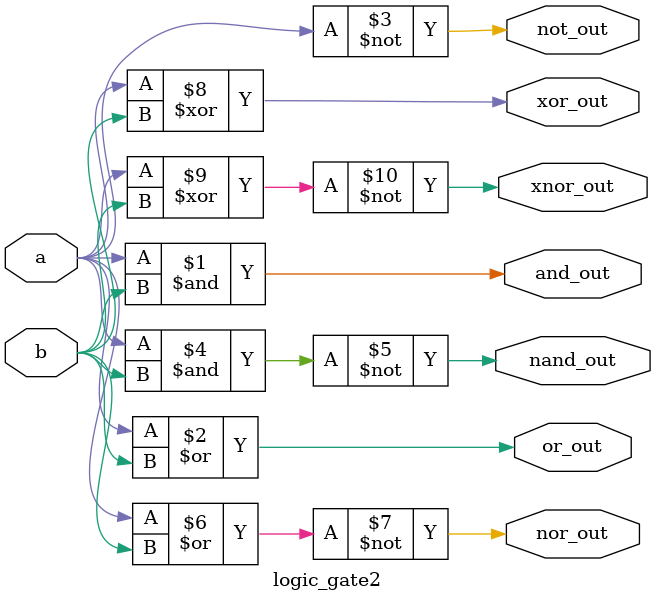
<source format=v>
module logic_gate2 (
    input  wire a,     // Input A
    input  wire b,     // Input B
    output wire and_out,
    output wire or_out,
    output wire not_out,   // only on A
    output wire nand_out,
    output wire nor_out,
    output wire xor_out,
    output wire xnor_out
);

    assign and_out  = a & b;      // AND gate
    assign or_out   = a | b;      // OR gate
    assign not_out  = ~a;         // NOT gate (on input A)
    assign nand_out = ~(a & b);   // NAND gate
    assign nor_out  = ~(a | b);   // NOR gate
    assign xor_out  = a ^ b;      // XOR gate
    assign xnor_out = ~(a ^ b);   // XNOR gate

endmodule


</source>
